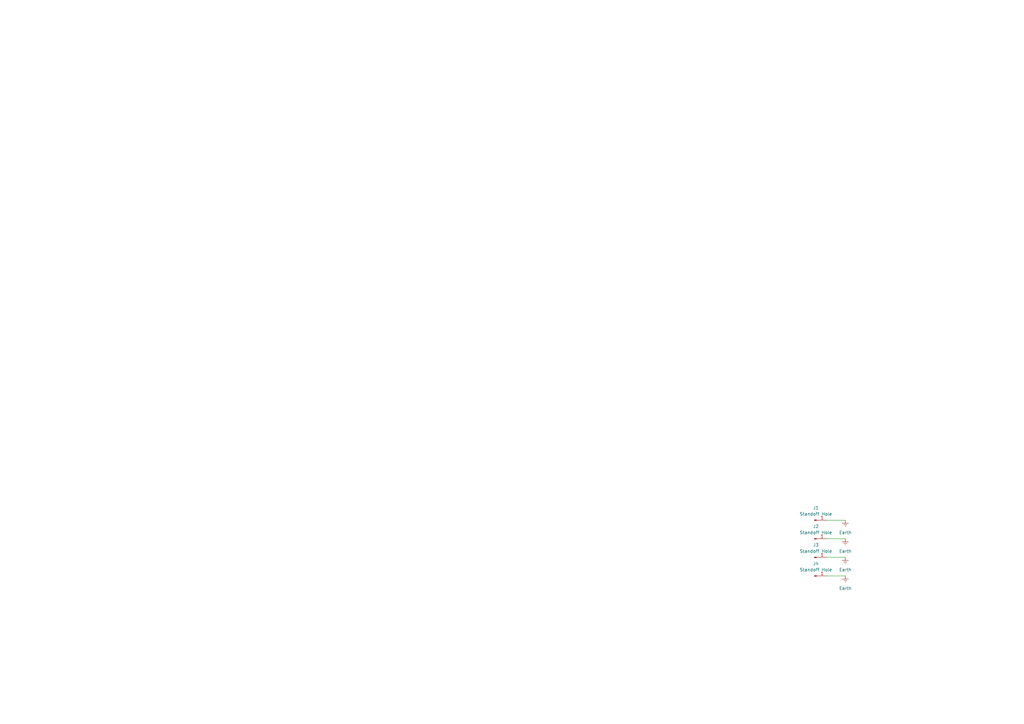
<source format=kicad_sch>
(kicad_sch (version 20231120) (generator "eeschema") (generator_version "8.0")
  (paper "A3")
  (lib_symbols
    (symbol "Connector:Conn_01x01_Pin" (pin_names (offset 1.016) hide)
      (property "Reference" "J" (at 0 2.54 0))
      (property "Value" "Conn_01x01_Pin" (at 0 -2.54 0))
      (symbol "Conn_01x01_Pin_1_1"
        (polyline (pts (xy 1.27 0) (xy 0.8636 0)) (stroke (width 0.1524)))
        (rectangle (start 0.8636 0.127) (end 0 -0.127) (stroke (width 0.1524)) (fill (type outline)))
        (pin passive line (at 5.08 0 180) (length 3.81) (name "Pin_1") (number "1"))
      )
    )
    (symbol "power:Earth" (power) (pin_numbers hide) (pin_names (offset 0) hide)
      (property "Value" "Earth" (at 0 -3.81 0))
      (symbol "Earth_0_1"
        (polyline (pts (xy -0.635 -1.905) (xy 0.635 -1.905)))
        (polyline (pts (xy -0.127 -2.54) (xy 0.127 -2.54)))
        (polyline (pts (xy 0 -1.27) (xy 0 0)))
        (polyline (pts (xy 1.27 -1.27) (xy -1.27 -1.27)))
      )
      (symbol "Earth_1_1"
        (pin power_in line (at 0 0 270) (length 0) (name "~") (number "1"))
      )
    )
  )
  (wire (pts (xy 346.71 236.22) (xy 339.09 236.22)))
  (wire (pts (xy 339.09 228.6) (xy 346.71 228.6)))
  (wire (pts (xy 346.71 213.36) (xy 339.09 213.36)))
  (wire (pts (xy 346.71 220.98) (xy 339.09 220.98)))
  (symbol (lib_id "power:Earth") (at 346.71 228.6 0) (unit 1)
    (property "Reference" "#PWR070" (effects (hide yes)))
    (property "Value" "Earth" (at 346.71 233.68 0))
    (property "Description" "Power symbol creates a global label with name \"Earth\"" (effects (hide yes)))
  )
  (symbol (lib_id "Connector:Conn_01x01_Pin") (at 334.01 213.36 0) (unit 1)
    (property "Reference" "J1" (at 334.645 208.28 0))
    (property "Value" "Standoff Hole" (at 334.645 210.82 0))
    (property "Footprint" "Custom:TransformerWirePad" (effects (hide yes)))
    (property "Description" "Generic connector, single row, 01x01, script generated" (effects (hide yes)))
  )
  (symbol (lib_id "Connector:Conn_01x01_Pin") (at 334.01 220.98 0) (unit 1)
    (property "Reference" "J2" (at 334.645 215.9 0))
    (property "Value" "Standoff Hole" (at 334.645 218.44 0))
    (property "Footprint" "Custom:TransformerWirePad" (effects (hide yes)))
    (property "Description" "Generic connector, single row, 01x01, script generated" (effects (hide yes)))
  )
  (symbol (lib_id "Connector:Conn_01x01_Pin") (at 334.01 228.6 0) (unit 1)
    (property "Reference" "J3" (at 334.645 223.52 0))
    (property "Value" "Standoff Hole" (at 334.645 226.06 0))
    (property "Footprint" "Custom:M2Hole" (effects (hide yes)))
    (property "Description" "Generic connector, single row, 01x01, script generated" (effects (hide yes)))
  )
  (symbol (lib_id "power:Earth") (at 346.71 213.36 0) (unit 1)
    (property "Reference" "#PWR073" (effects (hide yes)))
    (property "Value" "Earth" (at 346.71 218.44 0))
    (property "Description" "Power symbol creates a global label with name \"Earth\"" (effects (hide yes)))
  )
  (symbol (lib_id "power:Earth") (at 346.71 220.98 0) (unit 1)
    (property "Reference" "#PWR071" (effects (hide yes)))
    (property "Value" "Earth" (at 346.71 226.06 0))
    (property "Description" "Power symbol creates a global label with name \"Earth\"" (effects (hide yes)))
  )
  (symbol (lib_id "Connector:Conn_01x01_Pin") (at 334.01 236.22 0) (unit 1)
    (property "Reference" "J4" (at 334.645 231.14 0))
    (property "Value" "Standoff Hole" (at 334.645 233.68 0))
    (property "Footprint" "Custom:M2Hole" (effects (hide yes)))
    (property "Description" "Generic connector, single row, 01x01, script generated" (effects (hide yes)))
  )
  (symbol (lib_id "power:Earth") (at 346.71 236.22 0) (unit 1)
    (property "Reference" "#PWR069" (effects (hide yes)))
    (property "Value" "Earth" (at 346.71 241.3 0))
    (property "Description" "Power symbol creates a global label with name \"Earth\"" (effects (hide yes)))
  )
)
</source>
